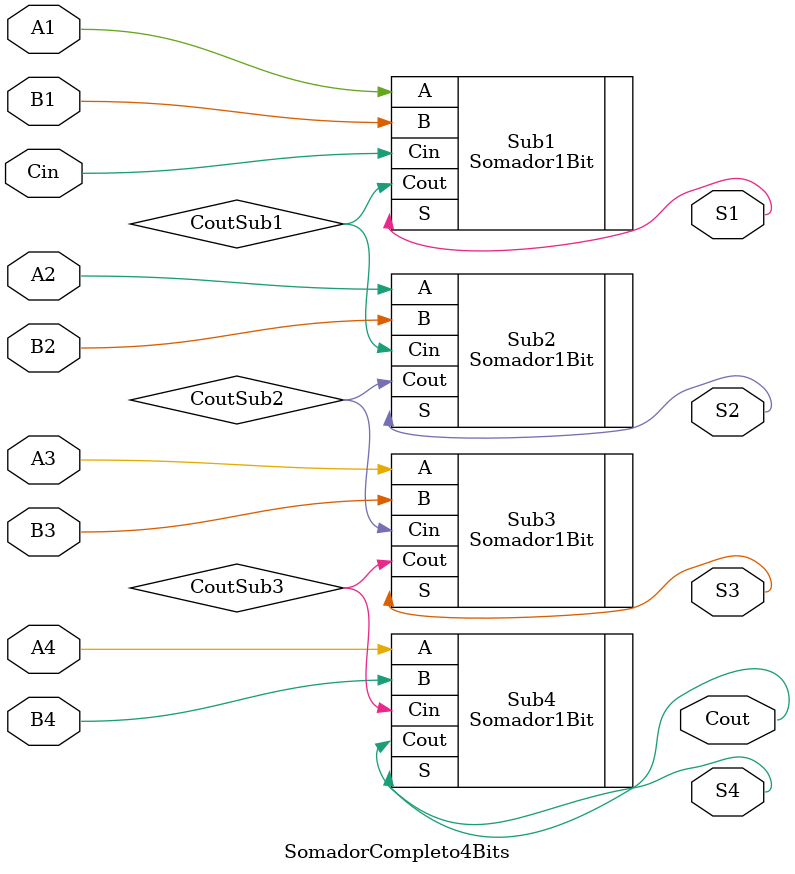
<source format=v>

module SomadorCompleto4Bits (A1, A2, A3, A4, B1, B2, B3, B4, Cin, S1, S2, S3, S4, Cout);

	input A1, A2, A3, A4, B1, B2, B3, B4;
	input Cin;
	
	output S1, S2, S3, S4;
	output Cout;
	
	wire CoutSub1, CoutSub2, CoutSub3;
	
	Somador1Bit Sub1 (.A(A1), .B(B1), .Cin(Cin), .S(S1), .Cout(CoutSub1));
	Somador1Bit Sub2 (.A(A2), .B(B2), .Cin(CoutSub1), .S(S2), .Cout(CoutSub2));
	Somador1Bit Sub3 (.A(A3), .B(B3), .Cin(CoutSub2), .S(S3), .Cout(CoutSub3));
	Somador1Bit Sub4 (.A(A4), .B(B4), .Cin(CoutSub3), .S(S4), .Cout(Cout));

endmodule 
</source>
